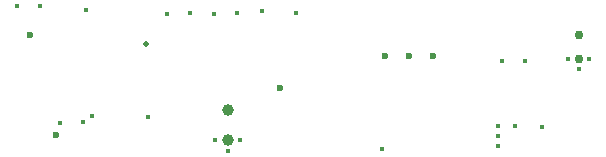
<source format=gbr>
%TF.GenerationSoftware,KiCad,Pcbnew,9.0.0*%
%TF.CreationDate,2025-03-20T15:24:15+01:00*%
%TF.ProjectId,Sonda_w_cz.kicad2_pcb,536f6e64-615f-4775-9f63-7a2e6b696361,rev?*%
%TF.SameCoordinates,Original*%
%TF.FileFunction,Plated,1,2,PTH,Drill*%
%TF.FilePolarity,Positive*%
%FSLAX46Y46*%
G04 Gerber Fmt 4.6, Leading zero omitted, Abs format (unit mm)*
G04 Created by KiCad (PCBNEW 9.0.0) date 2025-03-20 15:24:16*
%MOMM*%
%LPD*%
G01*
G04 APERTURE LIST*
%TA.AperFunction,ViaDrill*%
%ADD10C,0.400000*%
%TD*%
%TA.AperFunction,ViaDrill*%
%ADD11C,0.500000*%
%TD*%
%TA.AperFunction,ViaDrill*%
%ADD12C,0.600000*%
%TD*%
%TA.AperFunction,ComponentDrill*%
%ADD13C,0.750000*%
%TD*%
%TA.AperFunction,ComponentDrill*%
%ADD14C,1.000000*%
%TD*%
G04 APERTURE END LIST*
D10*
X141120000Y-95620000D03*
X143060000Y-95640000D03*
X144780000Y-105510000D03*
X146690000Y-105480000D03*
X146980000Y-95950000D03*
X147520000Y-104920000D03*
X152210000Y-105000000D03*
X153860000Y-96310000D03*
X155780000Y-96240000D03*
X157810000Y-96270000D03*
X157920000Y-106970000D03*
X158980000Y-107900000D03*
X159740000Y-96220000D03*
X160050000Y-106980000D03*
X161890000Y-96080000D03*
X164730000Y-96210000D03*
X172020000Y-107750000D03*
X181850000Y-106630000D03*
X181860000Y-105790000D03*
X181890000Y-107520000D03*
X182210000Y-100330000D03*
X183340000Y-105820000D03*
X184120000Y-100260000D03*
X185620000Y-105910000D03*
X187760000Y-100140000D03*
X188690000Y-100980000D03*
X189560000Y-100140000D03*
D11*
X152020000Y-98820000D03*
D12*
X142270000Y-98070000D03*
X144450000Y-106550000D03*
X163380000Y-102570000D03*
X172310000Y-99860000D03*
X174360000Y-99860000D03*
X176360000Y-99860000D03*
D13*
%TO.C,J1*%
X188710000Y-98110000D03*
X188710000Y-100110000D03*
D14*
%TO.C,J2*%
X159010000Y-104435000D03*
X159010000Y-106975000D03*
M02*

</source>
